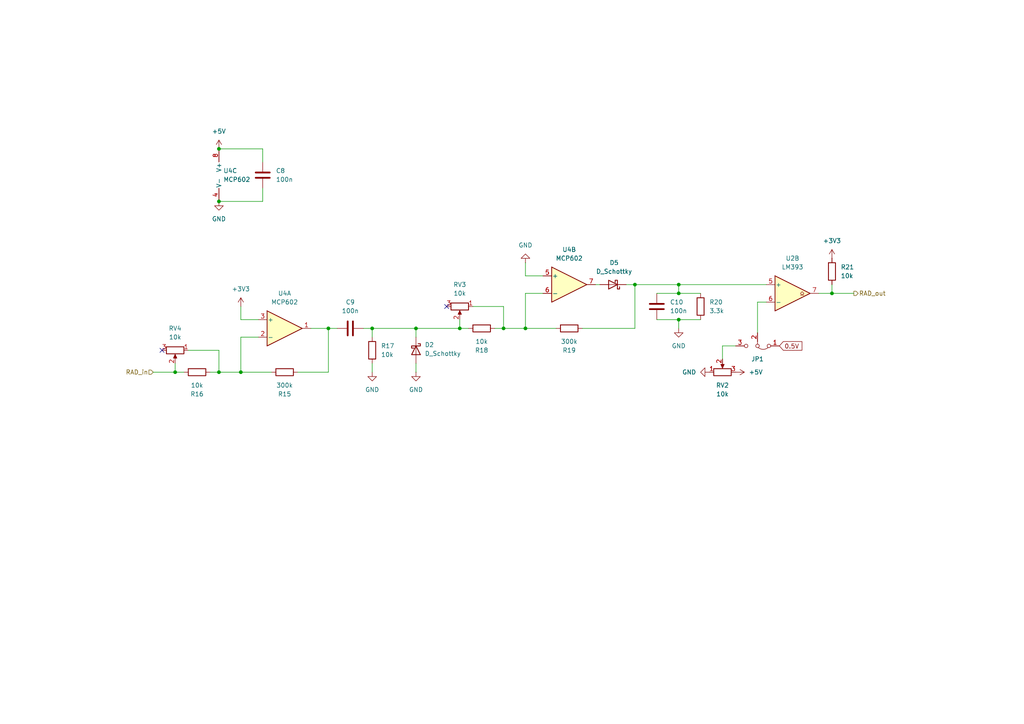
<source format=kicad_sch>
(kicad_sch (version 20231120) (generator "eeschema") (generator_version "8.0")
  (paper "A4")
  (title_block (date "2024-05-30") (company "Group 27"))
  (lib_symbols
    (symbol "Amplifier_Operational:MCP602" (pin_names (offset 0.127))
      (property "Reference" "U" (at 0 5.08 0))
      (property "Value" "MCP602" (at 0 -5.08 0))
      (symbol "MCP602_1_1"
        (polyline (pts (xy -5.08 5.08) (xy 5.08 0) (xy -5.08 -5.08) (xy -5.08 5.08)) (stroke (width 0.254)) (fill (type background)))
        (pin output line (at 7.62 0 180) (length 2.54) (name "~") (number "1"))
        (pin input line (at -7.62 -2.54 0) (length 2.54) (name "-") (number "2"))
        (pin input line (at -7.62 2.54 0) (length 2.54) (name "+") (number "3"))
      )
      (symbol "MCP602_2_1"
        (polyline (pts (xy -5.08 5.08) (xy 5.08 0) (xy -5.08 -5.08) (xy -5.08 5.08)) (stroke (width 0.254)) (fill (type background)))
        (pin input line (at -7.62 2.54 0) (length 2.54) (name "+") (number "5"))
        (pin input line (at -7.62 -2.54 0) (length 2.54) (name "-") (number "6"))
        (pin output line (at 7.62 0 180) (length 2.54) (name "~") (number "7"))
      )
      (symbol "MCP602_3_1"
        (pin power_in line (at -2.54 -7.62 90) (length 3.81) (name "V-") (number "4"))
        (pin power_in line (at -2.54 7.62 270) (length 3.81) (name "V+") (number "8"))
      )
    )
    (symbol "Comparator:LM393" (pin_names (offset 0.127))
      (property "Reference" "U" (at 3.81 3.81 0))
      (property "Value" "LM393" (at 6.35 -3.81 0))
      (symbol "LM393_1_1"
        (polyline (pts (xy -5.08 5.08) (xy 5.08 0) (xy -5.08 -5.08) (xy -5.08 5.08)) (stroke (width 0.254)) (fill (type background)))
        (polyline (pts (xy 3.302 -0.508) (xy 2.794 -0.508) (xy 3.302 0) (xy 2.794 0.508) (xy 2.286 0) (xy 2.794 -0.508) (xy 2.286 -0.508)) (stroke (width 0.127)))
        (pin open_collector line (at 7.62 0 180) (length 2.54) (name "~") (number "1"))
        (pin input line (at -7.62 -2.54 0) (length 2.54) (name "-") (number "2"))
        (pin input line (at -7.62 2.54 0) (length 2.54) (name "+") (number "3"))
      )
      (symbol "LM393_2_1"
        (polyline (pts (xy -5.08 5.08) (xy 5.08 0) (xy -5.08 -5.08) (xy -5.08 5.08)) (stroke (width 0.254)) (fill (type background)))
        (polyline (pts (xy 3.302 -0.508) (xy 2.794 -0.508) (xy 3.302 0) (xy 2.794 0.508) (xy 2.286 0) (xy 2.794 -0.508) (xy 2.286 -0.508)) (stroke (width 0.127)))
        (pin input line (at -7.62 2.54 0) (length 2.54) (name "+") (number "5"))
        (pin input line (at -7.62 -2.54 0) (length 2.54) (name "-") (number "6"))
        (pin open_collector line (at 7.62 0 180) (length 2.54) (name "~") (number "7"))
      )
      (symbol "LM393_3_1"
        (pin power_in line (at -2.54 -7.62 90) (length 3.81) (name "V-") (number "4"))
        (pin power_in line (at -2.54 7.62 270) (length 3.81) (name "V+") (number "8"))
      )
    )
    (symbol "Device:C" (pin_numbers hide) (pin_names (offset 0.254))
      (property "Reference" "C" (at 0.635 2.54 0))
      (property "Value" "C" (at 0.635 -2.54 0))
      (symbol "C_0_1"
        (polyline (pts (xy -2.032 -0.762) (xy 2.032 -0.762)) (stroke (width 0.508)))
        (polyline (pts (xy -2.032 0.762) (xy 2.032 0.762)) (stroke (width 0.508)))
      )
      (symbol "C_1_1"
        (pin passive line (at 0 3.81 270) (length 2.794) (name "~") (number "1"))
        (pin passive line (at 0 -3.81 90) (length 2.794) (name "~") (number "2"))
      )
    )
    (symbol "Device:D_Schottky" (pin_numbers hide) (pin_names (offset 1.016) hide)
      (property "Reference" "D" (at 0 2.54 0))
      (property "Value" "D_Schottky" (at 0 -2.54 0))
      (symbol "D_Schottky_0_1"
        (polyline (pts (xy 1.27 0) (xy -1.27 0)))
        (polyline (pts (xy 1.27 1.27) (xy 1.27 -1.27) (xy -1.27 0) (xy 1.27 1.27)) (stroke (width 0.254)))
        (polyline (pts (xy -1.905 0.635) (xy -1.905 1.27) (xy -1.27 1.27) (xy -1.27 -1.27) (xy -0.635 -1.27) (xy -0.635 -0.635)) (stroke (width 0.254)))
      )
      (symbol "D_Schottky_1_1"
        (pin passive line (at -3.81 0 0) (length 2.54) (name "K") (number "1"))
        (pin passive line (at 3.81 0 180) (length 2.54) (name "A") (number "2"))
      )
    )
    (symbol "Device:R" (pin_numbers hide) (pin_names (offset 0))
      (property "Reference" "R" (at 2.032 0 90))
      (property "Value" "R" (at 0 0 90))
      (symbol "R_0_1"
        (rectangle (start -1.016 -2.54) (end 1.016 2.54) (stroke (width 0.254)))
      )
      (symbol "R_1_1"
        (pin passive line (at 0 3.81 270) (length 1.27) (name "~") (number "1"))
        (pin passive line (at 0 -3.81 90) (length 1.27) (name "~") (number "2"))
      )
    )
    (symbol "Device:R_Potentiometer" (pin_names (offset 1.016) hide)
      (property "Reference" "RV" (at -4.445 0 90))
      (property "Value" "R_Potentiometer" (at -2.54 0 90))
      (symbol "R_Potentiometer_0_1"
        (polyline (pts (xy 2.54 0) (xy 1.524 0)))
        (polyline (pts (xy 1.143 0) (xy 2.286 0.508) (xy 2.286 -0.508) (xy 1.143 0)) (fill (type outline)))
        (rectangle (start 1.016 2.54) (end -1.016 -2.54) (stroke (width 0.254)))
      )
      (symbol "R_Potentiometer_1_1"
        (pin passive line (at 0 3.81 270) (length 1.27) (name "1") (number "1"))
        (pin passive line (at 3.81 0 180) (length 1.27) (name "2") (number "2"))
        (pin passive line (at 0 -3.81 90) (length 1.27) (name "3") (number "3"))
      )
    )
    (symbol "Jumper:Jumper_3_Bridged12" (pin_names (offset 0) hide) (exclude_from_sim yes) (in_bom no)
      (property "Reference" "JP" (at -2.54 -2.54 0))
      (property "Value" "Jumper_3_Bridged12" (at 0 2.794 0))
      (symbol "Jumper_3_Bridged12_0_0"
        (circle (center -3.302 0) (radius 0.508))
        (circle (center 0 0) (radius 0.508))
        (circle (center 3.302 0) (radius 0.508))
      )
      (symbol "Jumper_3_Bridged12_0_1"
        (arc (start -0.254 0.508) (mid -1.651 0.9912) (end -3.048 0.508))
        (polyline (pts (xy 0 -1.27) (xy 0 -0.508)))
      )
      (symbol "Jumper_3_Bridged12_1_1"
        (pin passive line (at -6.35 0 0) (length 2.54) (name "A") (number "1"))
        (pin passive line (at 0 -3.81 90) (length 2.54) (name "C") (number "2"))
        (pin passive line (at 6.35 0 180) (length 2.54) (name "B") (number "3"))
      )
    )
    (symbol "power:+3V3" (power) (pin_numbers hide) (pin_names (offset 0) hide)
      (property "Value" "+3V3" (at 0 3.556 0))
      (symbol "+3V3_0_1"
        (polyline (pts (xy -0.762 1.27) (xy 0 2.54)))
        (polyline (pts (xy 0 0) (xy 0 2.54)))
        (polyline (pts (xy 0 2.54) (xy 0.762 1.27)))
      )
      (symbol "+3V3_1_1"
        (pin power_in line (at 0 0 90) (length 0) (name "~") (number "1"))
      )
    )
    (symbol "power:+5V" (power) (pin_numbers hide) (pin_names (offset 0) hide)
      (property "Value" "+5V" (at 0 3.556 0))
      (symbol "+5V_0_1"
        (polyline (pts (xy -0.762 1.27) (xy 0 2.54)))
        (polyline (pts (xy 0 0) (xy 0 2.54)))
        (polyline (pts (xy 0 2.54) (xy 0.762 1.27)))
      )
      (symbol "+5V_1_1"
        (pin power_in line (at 0 0 90) (length 0) (name "~") (number "1"))
      )
    )
    (symbol "power:GND" (power) (pin_numbers hide) (pin_names (offset 0) hide)
      (property "Value" "GND" (at 0 -3.81 0))
      (symbol "GND_0_1"
        (polyline (pts (xy 0 0) (xy 0 -1.27) (xy 1.27 -1.27) (xy 0 -2.54) (xy -1.27 -1.27) (xy 0 -1.27)))
      )
      (symbol "GND_1_1"
        (pin power_in line (at 0 0 270) (length 0) (name "~") (number "1"))
      )
    )
  )
  (junction (at 133.35 95.25))
  (junction (at 152.4 95.25))
  (junction (at 196.85 82.55))
  (junction (at 63.5 43.18))
  (junction (at 95.25 95.25))
  (junction (at 146.05 95.25))
  (junction (at 241.3 85.09))
  (junction (at 120.65 95.25))
  (junction (at 50.8 107.95))
  (junction (at 63.5 58.42))
  (junction (at 69.85 107.95))
  (junction (at 184.15 82.55))
  (junction (at 196.85 92.71))
  (junction (at 107.95 95.25))
  (junction (at 63.5 107.95))
  (junction (at 196.85 85.09))
  (no_connect (at 46.99 101.6))
  (no_connect (at 129.54 88.9))
  (wire (pts (xy 63.5 43.18) (xy 76.2 43.18)))
  (wire (pts (xy 50.8 105.41) (xy 50.8 107.95)))
  (wire (pts (xy 63.5 58.42) (xy 76.2 58.42)))
  (wire (pts (xy 90.17 95.25) (xy 95.25 95.25)))
  (wire (pts (xy 181.61 82.55) (xy 184.15 82.55)))
  (wire (pts (xy 190.5 92.71) (xy 196.85 92.71)))
  (wire (pts (xy 152.4 95.25) (xy 161.29 95.25)))
  (wire (pts (xy 54.61 101.6) (xy 63.5 101.6)))
  (wire (pts (xy 172.72 82.55) (xy 173.99 82.55)))
  (wire (pts (xy 168.91 95.25) (xy 184.15 95.25)))
  (wire (pts (xy 60.96 107.95) (xy 63.5 107.95)))
  (wire (pts (xy 152.4 85.09) (xy 152.4 95.25)))
  (wire (pts (xy 209.55 104.14) (xy 209.55 100.33)))
  (wire (pts (xy 196.85 85.09) (xy 203.2 85.09)))
  (wire (pts (xy 184.15 82.55) (xy 196.85 82.55)))
  (wire (pts (xy 69.85 97.79) (xy 74.93 97.79)))
  (wire (pts (xy 105.41 95.25) (xy 107.95 95.25)))
  (wire (pts (xy 152.4 95.25) (xy 146.05 95.25)))
  (wire (pts (xy 196.85 92.71) (xy 203.2 92.71)))
  (wire (pts (xy 107.95 105.41) (xy 107.95 107.95)))
  (wire (pts (xy 133.35 95.25) (xy 135.89 95.25)))
  (wire (pts (xy 69.85 107.95) (xy 78.74 107.95)))
  (wire (pts (xy 190.5 85.09) (xy 196.85 85.09)))
  (wire (pts (xy 120.65 95.25) (xy 120.65 97.79)))
  (wire (pts (xy 152.4 76.2) (xy 152.4 80.01)))
  (wire (pts (xy 209.55 100.33) (xy 213.36 100.33)))
  (wire (pts (xy 237.49 85.09) (xy 241.3 85.09)))
  (wire (pts (xy 107.95 97.79) (xy 107.95 95.25)))
  (wire (pts (xy 107.95 95.25) (xy 120.65 95.25)))
  (wire (pts (xy 95.25 107.95) (xy 86.36 107.95)))
  (wire (pts (xy 69.85 92.71) (xy 74.93 92.71)))
  (wire (pts (xy 146.05 95.25) (xy 143.51 95.25)))
  (wire (pts (xy 50.8 107.95) (xy 53.34 107.95)))
  (wire (pts (xy 241.3 85.09) (xy 241.3 82.55)))
  (wire (pts (xy 196.85 82.55) (xy 196.85 85.09)))
  (wire (pts (xy 63.5 101.6) (xy 63.5 107.95)))
  (wire (pts (xy 63.5 107.95) (xy 69.85 107.95)))
  (wire (pts (xy 69.85 107.95) (xy 69.85 97.79)))
  (wire (pts (xy 76.2 58.42) (xy 76.2 54.61)))
  (wire (pts (xy 133.35 92.71) (xy 133.35 95.25)))
  (wire (pts (xy 44.45 107.95) (xy 50.8 107.95)))
  (wire (pts (xy 152.4 80.01) (xy 157.48 80.01)))
  (wire (pts (xy 69.85 88.9) (xy 69.85 92.71)))
  (wire (pts (xy 219.71 96.52) (xy 219.71 87.63)))
  (wire (pts (xy 184.15 82.55) (xy 184.15 95.25)))
  (wire (pts (xy 95.25 95.25) (xy 97.79 95.25)))
  (wire (pts (xy 241.3 85.09) (xy 247.65 85.09)))
  (wire (pts (xy 95.25 95.25) (xy 95.25 107.95)))
  (wire (pts (xy 120.65 105.41) (xy 120.65 107.95)))
  (wire (pts (xy 137.16 88.9) (xy 146.05 88.9)))
  (wire (pts (xy 196.85 92.71) (xy 196.85 95.25)))
  (wire (pts (xy 146.05 88.9) (xy 146.05 95.25)))
  (wire (pts (xy 219.71 87.63) (xy 222.25 87.63)))
  (wire (pts (xy 152.4 85.09) (xy 157.48 85.09)))
  (wire (pts (xy 196.85 82.55) (xy 222.25 82.55)))
  (wire (pts (xy 120.65 95.25) (xy 133.35 95.25)))
  (wire (pts (xy 76.2 43.18) (xy 76.2 46.99)))
  (global_label "0.5V" (shape input) (at 226.06 100.33 0) (property "Intersheetrefs" "${INTERSHEET_REFS}" (effects (hide yes))))
  (hierarchical_label "RAD_out" (shape output) (at 247.65 85.09 0))
  (hierarchical_label "RAD_in" (shape input) (at 44.45 107.95 180))
  (symbol (lib_id "Device:R") (at 82.55 107.95 270) (mirror x) (unit 1)
    (property "Reference" "R15" (at 82.55 114.3 90))
    (property "Value" "300k" (at 82.55 111.76 90))
    (property "Footprint" "Resistor_SMD:R_0805_2012Metric" (effects (hide yes)))
    (property "Description" "Resistor" (effects (hide yes)))
  )
  (symbol (lib_id "Device:C") (at 101.6 95.25 90) (unit 1)
    (property "Reference" "C9" (at 101.6 87.63 90))
    (property "Value" "100n" (at 101.6 90.17 90))
    (property "Footprint" "Capacitor_SMD:C_0805_2012Metric" (effects (hide yes)))
    (property "Description" "Unpolarized capacitor" (effects (hide yes)))
  )
  (symbol (lib_id "Jumper:Jumper_3_Bridged12") (at 219.71 100.33 180) (unit 1) (exclude_from_sim yes) (in_bom no)
    (property "Reference" "JP1" (at 219.71 104.14 0))
    (property "Value" "Jumper_3_Bridged12" (effects (hide yes)))
    (property "Footprint" "Jumper:SolderJumper-3_P1.3mm_Bridged12_RoundedPad1.0x1.5mm_NumberLabels" (effects (hide yes)))
    (property "Description" "Jumper, 3-pole, pins 1+2 closed/bridged" (effects (hide yes)))
  )
  (symbol (lib_id "power:GND") (at 152.4 76.2 180) (unit 1)
    (property "Reference" "#PWR032" (effects (hide yes)))
    (property "Value" "GND" (at 152.4 71.12 0))
    (property "Description" "Power symbol creates a global label with name \"GND\" , ground" (effects (hide yes)))
  )
  (symbol (lib_id "Device:D_Schottky") (at 177.8 82.55 180) (unit 1)
    (property "Reference" "D5" (at 178.1175 76.2 0))
    (property "Value" "D_Schottky" (at 178.1175 78.74 0))
    (property "Footprint" "Diode_SMD:D_SOD-123" (effects (hide yes)))
    (property "Description" "Schottky diode" (effects (hide yes)))
  )
  (symbol (lib_id "power:GND") (at 107.95 107.95 0) (unit 1)
    (property "Reference" "#PWR031" (effects (hide yes)))
    (property "Value" "GND" (at 107.95 113.03 0))
    (property "Description" "Power symbol creates a global label with name \"GND\" , ground" (effects (hide yes)))
  )
  (symbol (lib_id "Device:R_Potentiometer") (at 209.55 107.95 90) (unit 1)
    (property "Reference" "RV2" (at 209.55 111.76 90))
    (property "Value" "10k" (at 209.55 114.3 90))
    (property "Footprint" "Potentiometer_SMD:Potentiometer_Bourns_TC33X_Vertical" (effects (hide yes)))
    (property "Description" "Potentiometer" (effects (hide yes)))
  )
  (symbol (lib_id "power:+5V") (at 63.5 43.18 0) (unit 1)
    (property "Reference" "#PWR029" (effects (hide yes)))
    (property "Value" "+5V" (at 63.5 38.1 0))
    (property "Description" "Power symbol creates a global label with name \"+5V\"" (effects (hide yes)))
  )
  (symbol (lib_id "Amplifier_Operational:MCP602") (at 165.1 82.55 0) (unit 2)
    (property "Reference" "U4" (at 165.1 72.39 0))
    (property "Value" "MCP602" (at 165.1 74.93 0))
    (property "Datasheet" "http://ww1.microchip.com/downloads/en/DeviceDoc/21314g.pdf" (effects (hide yes)))
    (property "Description" "Dual 2.7V to 6.0V Single Supply CMOS Op Amps, DIP-8/SOIC-8/TSSOP-8" (effects (hide yes)))
  )
  (symbol (lib_id "power:+5V") (at 213.36 107.95 270) (unit 1)
    (property "Reference" "#PWR033" (effects (hide yes)))
    (property "Value" "+5V" (at 217.17 107.9499 90) (effects (justify left)))
    (property "Description" "Power symbol creates a global label with name \"+5V\"" (effects (hide yes)))
  )
  (symbol (lib_id "Amplifier_Operational:MCP602") (at 82.55 95.25 0) (unit 1)
    (property "Reference" "U4" (at 82.55 85.09 0))
    (property "Value" "MCP602" (at 82.55 87.63 0))
    (property "Datasheet" "http://ww1.microchip.com/downloads/en/DeviceDoc/21314g.pdf" (effects (hide yes)))
    (property "Description" "Dual 2.7V to 6.0V Single Supply CMOS Op Amps, DIP-8/SOIC-8/TSSOP-8" (effects (hide yes)))
  )
  (symbol (lib_id "Device:R") (at 107.95 101.6 0) (unit 1)
    (property "Reference" "R17" (at 110.49 100.3299 0) (effects (justify left)))
    (property "Value" "10k" (at 110.49 102.8699 0) (effects (justify left)))
    (property "Footprint" "Resistor_SMD:R_0805_2012Metric" (effects (hide yes)))
    (property "Description" "Resistor" (effects (hide yes)))
  )
  (symbol (lib_id "Device:R") (at 241.3 78.74 0) (unit 1)
    (property "Reference" "R21" (at 243.84 77.4699 0) (effects (justify left)))
    (property "Value" "10k" (at 243.84 80.0099 0) (effects (justify left)))
    (property "Footprint" "Resistor_SMD:R_0805_2012Metric" (effects (hide yes)))
    (property "Description" "Resistor" (effects (hide yes)))
  )
  (symbol (lib_id "Device:C") (at 190.5 88.9 180) (unit 1)
    (property "Reference" "C10" (at 194.31 87.6299 0) (effects (justify right)))
    (property "Value" "100n" (at 194.31 90.1699 0) (effects (justify right)))
    (property "Footprint" "Capacitor_SMD:C_0805_2012Metric" (effects (hide yes)))
    (property "Description" "Unpolarized capacitor" (effects (hide yes)))
  )
  (symbol (lib_id "Amplifier_Operational:MCP602") (at 66.04 50.8 0) (unit 3)
    (property "Reference" "U4" (at 64.77 49.5299 0) (effects (justify left)))
    (property "Value" "MCP602" (at 64.77 52.0699 0) (effects (justify left)))
    (property "Datasheet" "http://ww1.microchip.com/downloads/en/DeviceDoc/21314g.pdf" (effects (hide yes)))
    (property "Description" "Dual 2.7V to 6.0V Single Supply CMOS Op Amps, DIP-8/SOIC-8/TSSOP-8" (effects (hide yes)))
  )
  (symbol (lib_id "Device:C") (at 76.2 50.8 0) (unit 1)
    (property "Reference" "C8" (at 80.01 49.5299 0) (effects (justify left)))
    (property "Value" "100n	" (at 80.01 52.0699 0) (effects (justify left)))
    (property "Footprint" "Capacitor_SMD:C_0805_2012Metric" (effects (hide yes)))
    (property "Description" "Unpolarized capacitor" (effects (hide yes)))
  )
  (symbol (lib_id "Device:R_Potentiometer") (at 50.8 101.6 270) (unit 1)
    (property "Reference" "RV4" (at 50.8 95.25 90))
    (property "Value" "10k" (at 50.8 97.79 90))
    (property "Footprint" "Potentiometer_SMD:Potentiometer_Bourns_TC33X_Vertical" (effects (hide yes)))
    (property "Description" "Potentiometer" (effects (hide yes)))
  )
  (symbol (lib_id "power:GND") (at 205.74 107.95 270) (unit 1)
    (property "Reference" "#PWR021" (effects (hide yes)))
    (property "Value" "GND" (at 201.93 107.9499 90) (effects (justify right)))
    (property "Description" "Power symbol creates a global label with name \"GND\" , ground" (effects (hide yes)))
  )
  (symbol (lib_id "power:GND") (at 63.5 58.42 0) (unit 1)
    (property "Reference" "#PWR028" (effects (hide yes)))
    (property "Value" "GND" (at 63.5 63.5 0))
    (property "Description" "Power symbol creates a global label with name \"GND\" , ground" (effects (hide yes)))
  )
  (symbol (lib_id "Device:R") (at 57.15 107.95 270) (mirror x) (unit 1)
    (property "Reference" "R16" (at 57.15 114.3 90))
    (property "Value" "10k" (at 57.15 111.76 90))
    (property "Footprint" "Resistor_SMD:R_0805_2012Metric" (effects (hide yes)))
    (property "Description" "Resistor" (effects (hide yes)))
  )
  (symbol (lib_id "Device:R") (at 203.2 88.9 0) (unit 1)
    (property "Reference" "R20" (at 205.74 87.6299 0) (effects (justify left)))
    (property "Value" "3.3k" (at 205.74 90.1699 0) (effects (justify left)))
    (property "Footprint" "Resistor_SMD:R_0805_2012Metric" (effects (hide yes)))
    (property "Description" "Resistor" (effects (hide yes)))
  )
  (symbol (lib_id "Device:R") (at 139.7 95.25 270) (mirror x) (unit 1)
    (property "Reference" "R18" (at 139.7 101.6 90))
    (property "Value" "10k" (at 139.7 99.06 90))
    (property "Footprint" "Resistor_SMD:R_0805_2012Metric" (effects (hide yes)))
    (property "Description" "Resistor" (effects (hide yes)))
  )
  (symbol (lib_id "Device:R_Potentiometer") (at 133.35 88.9 270) (unit 1)
    (property "Reference" "RV3" (at 133.35 82.55 90))
    (property "Value" "10k" (at 133.35 85.09 90))
    (property "Footprint" "Potentiometer_SMD:Potentiometer_Bourns_TC33X_Vertical" (effects (hide yes)))
    (property "Description" "Potentiometer" (effects (hide yes)))
  )
  (symbol (lib_id "Device:D_Schottky") (at 120.65 101.6 270) (unit 1)
    (property "Reference" "D2" (at 123.19 100.0124 90) (effects (justify left)))
    (property "Value" "D_Schottky" (at 123.19 102.5524 90) (effects (justify left)))
    (property "Footprint" "Diode_SMD:D_SOD-123" (effects (hide yes)))
    (property "Description" "Schottky diode" (effects (hide yes)))
  )
  (symbol (lib_id "power:GND") (at 120.65 107.95 0) (unit 1)
    (property "Reference" "#PWR036" (effects (hide yes)))
    (property "Value" "GND" (at 120.65 113.03 0))
    (property "Description" "Power symbol creates a global label with name \"GND\" , ground" (effects (hide yes)))
  )
  (symbol (lib_id "Device:R") (at 165.1 95.25 270) (mirror x) (unit 1)
    (property "Reference" "R19" (at 165.1 101.6 90))
    (property "Value" "300k" (at 165.1 99.06 90))
    (property "Footprint" "Resistor_SMD:R_0805_2012Metric" (effects (hide yes)))
    (property "Description" "Resistor" (effects (hide yes)))
  )
  (symbol (lib_id "power:GND") (at 196.85 95.25 0) (unit 1)
    (property "Reference" "#PWR034" (effects (hide yes)))
    (property "Value" "GND" (at 196.85 100.33 0))
    (property "Description" "Power symbol creates a global label with name \"GND\" , ground" (effects (hide yes)))
  )
  (symbol (lib_id "power:+3V3") (at 69.85 88.9 0) (unit 1)
    (property "Reference" "#PWR030" (effects (hide yes)))
    (property "Value" "+3V3" (at 69.85 83.82 0))
    (property "Description" "Power symbol creates a global label with name \"+3V3\"" (effects (hide yes)))
  )
  (symbol (lib_id "power:+3V3") (at 241.3 74.93 0) (unit 1)
    (property "Reference" "#PWR035" (effects (hide yes)))
    (property "Value" "+3V3" (at 241.3 69.85 0))
    (property "Description" "Power symbol creates a global label with name \"+3V3\"" (effects (hide yes)))
  )
  (symbol (lib_id "Comparator:LM393") (at 229.87 85.09 0) (unit 2)
    (property "Reference" "U2" (at 229.87 74.93 0))
    (property "Value" "LM393" (at 229.87 77.47 0))
    (property "Footprint" "Package_SO:SOIC-8_3.9x4.9mm_P1.27mm" (effects (hide yes)))
    (property "Datasheet" "http://www.ti.com/lit/ds/symlink/lm393.pdf" (effects (hide yes)))
    (property "Description" "Low-Power, Low-Offset Voltage, Dual Comparators, DIP-8/SOIC-8/TO-99-8" (effects (hide yes)))
  )
)
</source>
